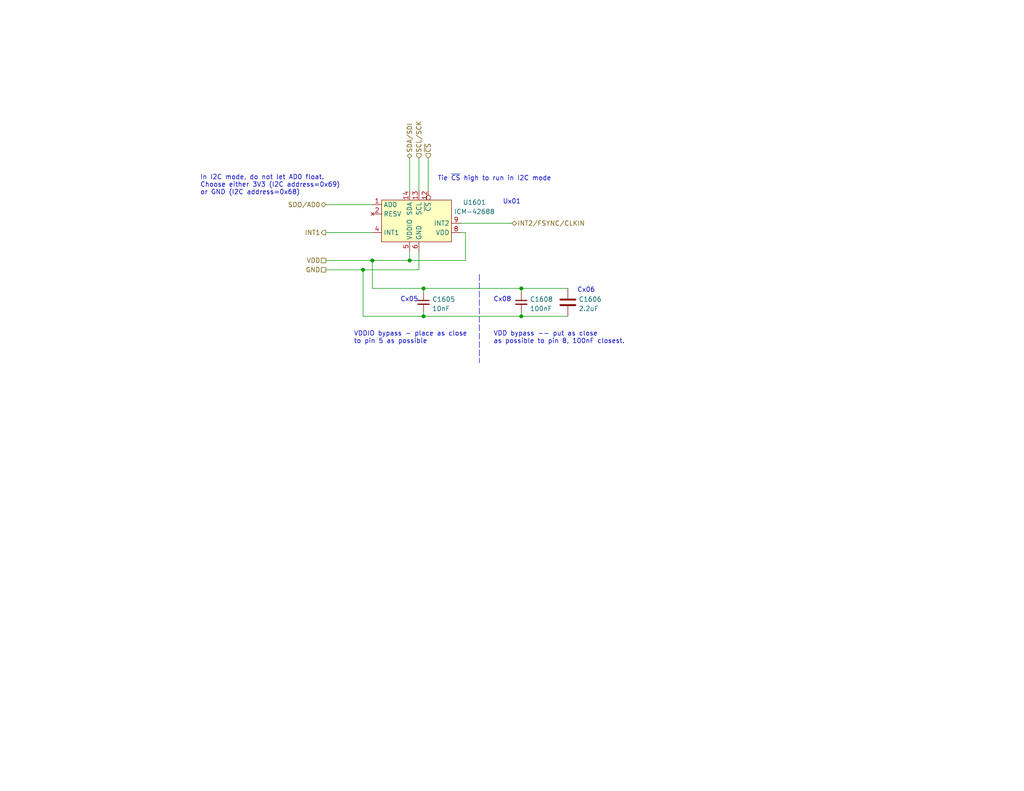
<source format=kicad_sch>
(kicad_sch (version 20211123) (generator eeschema)
  (paper "USLetter")
  (title_block (title "Rollercoasterometer") (date "2022-10-07") (company "Kwan Systems"))
  (lib_symbols
    (symbol "Device:C" (pin_numbers hide) (pin_names (offset 0.254))
      (property "Reference" "C" (at 0.635 2.54 0))
      (property "Value" "C" (at 0.635 -2.54 0))
      (symbol "C_0_1"
        (polyline (pts (xy -2.032 -0.762) (xy 2.032 -0.762)) (stroke (width 0.508)))
        (polyline (pts (xy -2.032 0.762) (xy 2.032 0.762)) (stroke (width 0.508)))
      )
      (symbol "C_1_1"
        (pin passive line (at 0 3.81 270) (length 2.794) (name "~") (number "1"))
        (pin passive line (at 0 -3.81 90) (length 2.794) (name "~") (number "2"))
      )
    )
    (symbol "Device:C_Small" (pin_numbers hide) (pin_names (offset 0.254) hide)
      (property "Reference" "C" (at 0.254 1.778 0))
      (property "Value" "C_Small" (at 0.254 -2.032 0))
      (symbol "C_Small_0_1"
        (polyline (pts (xy -1.524 -0.508) (xy 1.524 -0.508)) (stroke (width 0.3302)))
        (polyline (pts (xy -1.524 0.508) (xy 1.524 0.508)) (stroke (width 0.3048)))
      )
      (symbol "C_Small_1_1"
        (pin passive line (at 0 2.54 270) (length 2.032) (name "~") (number "1"))
        (pin passive line (at 0 -2.54 90) (length 2.032) (name "~") (number "2"))
      )
    )
    (symbol "KwanSystems:ICM-42688"
      (property "Reference" "U601" (at 15.1537 7.2433 0))
      (property "Value" "ICM-42688" (at 15.1537 4.4682 0))
      (symbol "ICM-42688_0_1"
        (rectangle (start -10.16 7.62) (end 8.89 -3.81) (stroke (width 0.1524)) (fill (type background)))
      )
      (symbol "ICM-42688_1_1"
        (pin bidirectional line (at -12.7 6.35 0) (length 2.54) (name "AD0") (number "1"))
        (pin no_connect line (at -12.446 4.572 0) (length 2.54) hide (name "RESV") (number "10"))
        (pin no_connect line (at -12.446 4.826 0) (length 2.54) hide (name "RESV") (number "11"))
        (pin input inverted (at 2.54 10.16 270) (length 2.54) (name "~{CS}") (number "12"))
        (pin input line (at 0 10.16 270) (length 2.54) (name "SCL") (number "13"))
        (pin bidirectional line (at -2.54 10.16 270) (length 2.54) (name "SDA") (number "14"))
        (pin no_connect line (at -12.7 3.81 0) (length 2.54) (name "RESV") (number "2"))
        (pin no_connect line (at -12.446 4.064 0) (length 2.54) hide (name "RESV") (number "3"))
        (pin output line (at -12.7 -1.27 0) (length 2.54) (name "INT1") (number "4"))
        (pin power_in line (at -2.54 -6.35 90) (length 2.54) (name "VDDIO") (number "5"))
        (pin passive line (at 0 -6.35 90) (length 2.54) (name "GND") (number "6"))
        (pin no_connect line (at -12.446 4.318 0) (length 2.54) hide (name "RESV") (number "7"))
        (pin power_in line (at 11.43 -1.27 180) (length 2.54) (name "VDD") (number "8"))
        (pin input line (at 11.43 1.27 180) (length 2.54) (name "INT2") (number "9"))
      )
    )
  )
  (junction (at 111.76 71.12))
  (junction (at 101.6 71.12))
  (junction (at 142.24 86.36))
  (junction (at 99.06 73.66))
  (junction (at 115.57 86.36))
  (junction (at 142.24 78.74))
  (junction (at 115.57 78.74))
  (wire (pts (xy 88.9 73.66) (xy 99.06 73.66)))
  (wire (pts (xy 142.24 85.09) (xy 142.24 86.36)))
  (wire (pts (xy 142.24 86.36) (xy 154.94 86.36)))
  (wire (pts (xy 101.6 78.74) (xy 115.57 78.74)))
  (wire (pts (xy 115.57 85.09) (xy 115.57 86.36)))
  (wire (pts (xy 114.3 43.18) (xy 114.3 52.07)))
  (wire (pts (xy 116.84 43.18) (xy 116.84 52.07)))
  (wire (pts (xy 111.76 71.12) (xy 127 71.12)))
  (polyline (pts (xy 130.81 74.93) (xy 130.81 99.06)))
  (wire (pts (xy 142.24 78.74) (xy 142.24 80.01)))
  (wire (pts (xy 142.24 78.74) (xy 154.94 78.74)))
  (wire (pts (xy 114.3 68.58) (xy 114.3 73.66)))
  (wire (pts (xy 125.73 60.96) (xy 139.7 60.96)))
  (wire (pts (xy 115.57 78.74) (xy 142.24 78.74)))
  (wire (pts (xy 101.6 71.12) (xy 101.6 78.74)))
  (wire (pts (xy 115.57 86.36) (xy 142.24 86.36)))
  (wire (pts (xy 99.06 86.36) (xy 115.57 86.36)))
  (wire (pts (xy 115.57 78.74) (xy 115.57 80.01)))
  (wire (pts (xy 111.76 71.12) (xy 111.76 68.58)))
  (wire (pts (xy 111.76 43.18) (xy 111.76 52.07)))
  (wire (pts (xy 88.9 63.5) (xy 101.6 63.5)))
  (wire (pts (xy 88.9 71.12) (xy 101.6 71.12)))
  (wire (pts (xy 101.6 71.12) (xy 111.76 71.12)))
  (wire (pts (xy 88.9 55.88) (xy 101.6 55.88)))
  (wire (pts (xy 125.73 63.5) (xy 127 63.5)))
  (wire (pts (xy 127 71.12) (xy 127 63.5)))
  (wire (pts (xy 99.06 73.66) (xy 99.06 86.36)))
  (wire (pts (xy 99.06 73.66) (xy 114.3 73.66)))
  (text "VDD bypass -- put as close\nas possible to pin 8, 100nF closest." (at 134.62 93.98 0) (effects (font (size 1.27 1.27)) (justify left bottom)))
  (text "In I2C mode, do not let AD0 float.\nChoose either 3V3 (I2C address=0x69)\nor GND (I2C address=0x68)" (at 54.61 53.34 0) (effects (font (size 1.27 1.27)) (justify left bottom)))
  (text "VDDIO bypass - place as close\nto pin 5 as possible" (at 96.52 93.98 0) (effects (font (size 1.27 1.27)) (justify left bottom)))
  (text "Ux01" (at 137.16 55.88 0) (effects (font (size 1.27 1.27)) (justify left bottom)))
  (text "Cx06" (at 157.48 80.01 0) (effects (font (size 1.27 1.27)) (justify left bottom)))
  (text "Tie ~{CS} high to run in I2C mode" (at 119.38 49.53 0) (effects (font (size 1.27 1.27)) (justify left bottom)))
  (text "Cx05" (at 109.22 82.55 0) (effects (font (size 1.27 1.27)) (justify left bottom)))
  (text "Cx08" (at 134.62 82.55 0) (effects (font (size 1.27 1.27)) (justify left bottom)))
  (hierarchical_label "SDO{slash}AD0" (shape bidirectional) (at 88.9 55.88 180))
  (hierarchical_label "SDA{slash}SDI" (shape bidirectional) (at 111.76 43.18 90))
  (hierarchical_label "VDD" (shape passive) (at 88.9 71.12 180))
  (hierarchical_label "~{CS}" (shape input) (at 116.84 43.18 90))
  (hierarchical_label "INT1" (shape output) (at 88.9 63.5 180))
  (hierarchical_label "INT2{slash}FSYNC{slash}CLKIN" (shape bidirectional) (at 139.7 60.96 0))
  (hierarchical_label "SCL{slash}SCK" (shape input) (at 114.3 43.18 90))
  (hierarchical_label "GND" (shape passive) (at 88.9 73.66 180))
  (symbol (lib_id "Device:C_Small") (at 142.24 82.55 0) (unit 1)
    (property "Reference" "C1608" (at 144.5641 81.7216 0) (effects (justify left)))
    (property "Value" "100nF" (at 144.5641 84.2585 0) (effects (justify left)))
    (property "Footprint" "Capacitor_SMD:C_0402_1005Metric" (effects hide))
    (property "Digikey" "399-C0402C104K4RAC7411CT-ND" (effects hide))
  )
  (symbol (lib_id "KwanSystems:ICM-42688") (at 114.3 62.23 0) (unit 1)
    (property "Reference" "U1601" (at 129.4537 55.2535 0))
    (property "Value" "ICM-42688" (at 129.4537 57.7904 0))
    (property "Footprint" "KwanSystems:QFN50P300X250X97-14N" (effects hide))
    (property "Datasheet" "https://invensense.tdk.com/download-pdf/icm-42688-p-datasheet/" (effects hide))
    (property "Digikey" "1428-ICM-42688-PCT-ND" (effects hide))
    (property "Purpose" "Inertial Sensor 6DoF" (effects hide))
  )
  (symbol (lib_id "Device:C_Small") (at 115.57 82.55 0) (unit 1)
    (property "Reference" "C1605" (at 117.8941 81.7216 0) (effects (justify left)))
    (property "Value" "10nF" (at 117.8941 84.2585 0) (effects (justify left)))
    (property "Footprint" "Capacitor_SMD:C_0402_1005Metric" (effects hide))
    (property "Digikey" "399-C0402C103K4RAC7411CT-ND" (effects hide))
  )
  (symbol (lib_id "Device:C") (at 154.94 82.55 0) (unit 1)
    (property "Reference" "C1606" (at 157.861 81.7153 0) (effects (justify left)))
    (property "Value" "2.2uF" (at 157.861 84.2522 0) (effects (justify left)))
    (property "Footprint" "Capacitor_SMD:C_0402_1005Metric" (effects hide))
    (property "Digikey" "399-11617-1-ND" (effects hide))
    (property "Purpose" "IMU system large bypass" (effects hide))
  )
)
</source>
